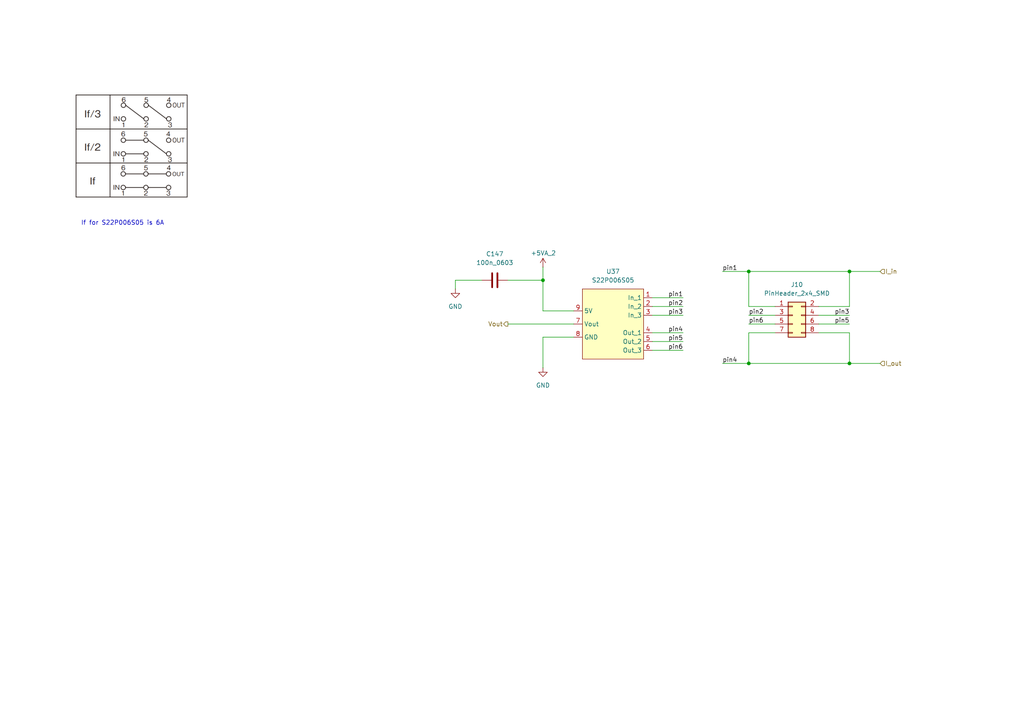
<source format=kicad_sch>
(kicad_sch (version 20250114) (generator "eeschema") (generator_version "9.0")
  (paper "A4")
  (lib_symbols
    (symbol "MYLIB_Misc:PinHeader_2x4_SMD" (pin_names (hide yes))
      (property "Reference" "J" (at 0 10.16 0))
      (property "Value" "PinHeader_2x4_SMD" (at 0 7.874 0))
      (symbol "PinHeader_2x4_SMD_1_1"
        (rectangle (start -2.54 5.08) (end 2.54 -5.08) (stroke (width 0.254)) (fill (type background)))
        (rectangle (start -2.54 3.937) (end -1.27 3.683) (stroke (width 0.1524)))
        (rectangle (start -2.54 1.397) (end -1.27 1.143) (stroke (width 0.1524)))
        (rectangle (start -2.54 -1.143) (end -1.27 -1.397) (stroke (width 0.1524)))
        (rectangle (start -2.54 -3.683) (end -1.27 -3.937) (stroke (width 0.1524)))
        (rectangle (start 2.54 3.937) (end 1.27 3.683) (stroke (width 0.1524)))
        (rectangle (start 2.54 1.397) (end 1.27 1.143) (stroke (width 0.1524)))
        (rectangle (start 2.54 -1.143) (end 1.27 -1.397) (stroke (width 0.1524)))
        (rectangle (start 2.54 -3.683) (end 1.27 -3.937) (stroke (width 0.1524)))
        (pin passive line (at -6.35 3.81 0) (length 3.81) (name "Pin_1") (number "1"))
        (pin passive line (at -6.35 1.27 0) (length 3.81) (name "Pin_3") (number "3"))
        (pin passive line (at -6.35 -1.27 0) (length 3.81) (name "Pin_5") (number "5"))
        (pin passive line (at -6.35 -3.81 0) (length 3.81) (name "Pin_7") (number "7"))
        (pin passive line (at 6.35 3.81 180) (length 3.81) (name "Pin_2") (number "2"))
        (pin passive line (at 6.35 1.27 180) (length 3.81) (name "Pin_4") (number "4"))
        (pin passive line (at 6.35 -1.27 180) (length 3.81) (name "Pin_6") (number "6"))
        (pin passive line (at 6.35 -3.81 180) (length 3.81) (name "Pin_8") (number "8"))
      )
    )
    (symbol "MYLIB_Misc:S22P006S05"
      (property "Reference" "U" (at 0 15.24 0))
      (property "Value" "S22P006S05" (at 0 12.446 0))
      (symbol "S22P006S05_1_1"
        (rectangle (start -8.89 10.16) (end 8.89 -10.16) (fill (type background)))
        (pin power_in line (at -11.43 3.81 0) (length 2.54) (name "5V") (number "9"))
        (pin output line (at -11.43 0 0) (length 2.54) (name "Vout") (number "7"))
        (pin power_in line (at -11.43 -3.81 0) (length 2.54) (name "GND") (number "8"))
        (pin passive line (at 11.43 7.62 180) (length 2.54) (name "In_1") (number "1"))
        (pin passive line (at 11.43 5.08 180) (length 2.54) (name "In_2") (number "2"))
        (pin passive line (at 11.43 2.54 180) (length 2.54) (name "In_3") (number "3"))
        (pin passive line (at 11.43 -2.54 180) (length 2.54) (name "Out_1") (number "4"))
        (pin passive line (at 11.43 -5.08 180) (length 2.54) (name "Out_2") (number "5"))
        (pin passive line (at 11.43 -7.62 180) (length 2.54) (name "Out_3") (number "6"))
      )
    )
    (symbol "WLIB_C:100n_0603" (pin_numbers (hide yes)) (pin_names (offset 0.254))
      (property "Reference" "C" (at 0.635 2.54 0))
      (property "Value" "100n_0603" (at 0.635 -2.54 0))
      (symbol "100n_0603_0_1"
        (polyline (pts (xy -2.032 0.762) (xy 2.032 0.762)) (stroke (width 0.508)))
        (polyline (pts (xy -2.032 -0.762) (xy 2.032 -0.762)) (stroke (width 0.508)))
      )
      (symbol "100n_0603_1_1"
        (pin passive line (at 0 3.81 270) (length 2.794) (name "~") (number "1"))
        (pin passive line (at 0 -3.81 90) (length 2.794) (name "~") (number "2"))
      )
    )
    (symbol "power:+5VA" (power) (pin_numbers (hide yes)) (pin_names (offset 0) (hide yes))
      (property "Value" "+5VA" (at 0 3.556 0))
      (symbol "+5VA_0_1"
        (polyline (pts (xy -0.762 1.27) (xy 0 2.54)))
        (polyline (pts (xy 0 2.54) (xy 0.762 1.27)))
        (polyline (pts (xy 0 0) (xy 0 2.54)))
      )
      (symbol "+5VA_1_1"
        (pin power_in line (at 0 0 90) (length 0) (name "~") (number "1"))
      )
    )
    (symbol "power:GND" (power) (pin_numbers (hide yes)) (pin_names (offset 0) (hide yes))
      (property "Value" "GND" (at 0 -3.81 0))
      (symbol "GND_0_1"
        (polyline (pts (xy 0 0) (xy 0 -1.27) (xy 1.27 -1.27) (xy 0 -2.54) (xy -1.27 -1.27) (xy 0 -1.27)))
      )
      (symbol "GND_1_1"
        (pin power_in line (at 0 0 270) (length 0) (name "~") (number "1"))
      )
    )
  )
  (text "If for S22P006S05 is 6A" (at 35.56 64.77 0) (effects (font (size 1.27 1.27))))
  (junction (at 217.17 105.41))
  (junction (at 246.38 78.74))
  (junction (at 157.48 81.28))
  (junction (at 217.17 78.74))
  (junction (at 246.38 105.41))
  (wire (pts (xy 209.55 78.74) (xy 217.17 78.74)))
  (wire (pts (xy 246.38 78.74) (xy 246.38 88.9)))
  (wire (pts (xy 157.48 81.28) (xy 157.48 90.17)))
  (wire (pts (xy 189.23 99.06) (xy 198.12 99.06)))
  (wire (pts (xy 246.38 96.52) (xy 237.49 96.52)))
  (wire (pts (xy 157.48 90.17) (xy 166.37 90.17)))
  (wire (pts (xy 157.48 97.79) (xy 157.48 106.68)))
  (wire (pts (xy 189.23 96.52) (xy 198.12 96.52)))
  (wire (pts (xy 189.23 101.6) (xy 198.12 101.6)))
  (wire (pts (xy 217.17 78.74) (xy 246.38 78.74)))
  (wire (pts (xy 217.17 93.98) (xy 224.79 93.98)))
  (wire (pts (xy 147.32 93.98) (xy 166.37 93.98)))
  (wire (pts (xy 217.17 88.9) (xy 217.17 78.74)))
  (wire (pts (xy 189.23 86.36) (xy 198.12 86.36)))
  (wire (pts (xy 209.55 105.41) (xy 217.17 105.41)))
  (wire (pts (xy 246.38 78.74) (xy 255.27 78.74)))
  (wire (pts (xy 246.38 105.41) (xy 255.27 105.41)))
  (wire (pts (xy 157.48 77.47) (xy 157.48 81.28)))
  (wire (pts (xy 147.32 81.28) (xy 157.48 81.28)))
  (wire (pts (xy 224.79 96.52) (xy 217.17 96.52)))
  (wire (pts (xy 224.79 88.9) (xy 217.17 88.9)))
  (wire (pts (xy 217.17 91.44) (xy 224.79 91.44)))
  (wire (pts (xy 217.17 96.52) (xy 217.17 105.41)))
  (wire (pts (xy 189.23 91.44) (xy 198.12 91.44)))
  (wire (pts (xy 237.49 93.98) (xy 246.38 93.98)))
  (wire (pts (xy 246.38 88.9) (xy 237.49 88.9)))
  (wire (pts (xy 189.23 88.9) (xy 198.12 88.9)))
  (wire (pts (xy 132.08 81.28) (xy 132.08 83.82)))
  (wire (pts (xy 246.38 105.41) (xy 246.38 96.52)))
  (wire (pts (xy 237.49 91.44) (xy 246.38 91.44)))
  (wire (pts (xy 217.17 105.41) (xy 246.38 105.41)))
  (wire (pts (xy 139.7 81.28) (xy 132.08 81.28)))
  (wire (pts (xy 166.37 97.79) (xy 157.48 97.79)))
  (image (at 38.608 42.164))
  (label "pin3" (at 198.12 91.44 180))
  (label "pin6" (at 198.12 101.6 180))
  (label "pin1" (at 209.55 78.74 0))
  (label "pin5" (at 246.38 93.98 180))
  (label "pin6" (at 217.17 93.98 0))
  (label "pin2" (at 198.12 88.9 180))
  (label "pin1" (at 198.12 86.36 180))
  (label "pin5" (at 198.12 99.06 180))
  (label "pin3" (at 246.38 91.44 180))
  (label "pin2" (at 217.17 91.44 0))
  (label "pin4" (at 198.12 96.52 180))
  (label "pin4" (at 209.55 105.41 0))
  (hierarchical_label "I_in" (shape input) (at 255.27 78.74 0))
  (hierarchical_label "I_out" (shape input) (at 255.27 105.41 0))
  (hierarchical_label "Vout" (shape output) (at 147.32 93.98 180))
  (symbol (lib_id "MYLIB_Misc:S22P006S05") (at 177.8 93.98 0) (unit 1)
    (property "Reference" "U31" (at 177.8 78.74 0))
    (property "Value" "S22P006S05" (at 177.8 81.28 0))
    (property "Footprint" "MYLIB_Misc:Tamura_S22P006S05" (effects (hide yes)))
    (property "Datasheet" "https://4donline.ihs.com/images/VipMasterIC/IC/TCOA/TCOA-S-A0008260073/TCOA-S-A0008260073-1.pdf?hkey=CECEF36DEECDED6468708AAF2E19C0C6" (effects (hide yes)))
    (property "Description" "Tamura closed loop current sensor 6A max" (effects (hide yes)))
    (property "Mouser nr" "838-S22P006S05" (effects (hide yes)))
    (instances (project "FPGA_Board_BA" (path "" (reference "U37") (unit 1)) (path "" (reference "U31") (unit 1)) (path "" (reference "U43") (unit 1)) (path "" (reference "U40") (unit 1))))
  )
  (symbol (lib_id "power:+5VA") (at 157.48 77.47 0) (unit 1)
    (property "Reference" "#PWR0204" (effects (hide yes)))
    (property "Value" "+5VA_2" (at 153.924 73.406 0) (effects (justify left)))
    (property "Description" "Power symbol creates a global label with name \"+5VA\"" (effects (hide yes)))
    (instances (project "FPGA_Board_BA" (path "" (reference "#PWR0241") (unit 1)) (path "" (reference "#PWR0204") (unit 1)) (path "" (reference "#PWR0275") (unit 1)) (path "" (reference "#PWR0258") (unit 1))))
  )
  (symbol (lib_id "MYLIB_Misc:PinHeader_2x4_SMD") (at 231.14 92.71 0) (unit 1)
    (property "Reference" "J2" (at 231.14 82.55 0))
    (property "Value" "PinHeader_2x4_SMD" (at 231.14 85.09 0))
    (property "Footprint" "Connector_PinHeader_2.54mm:PinHeader_2x04_P2.54mm_Vertical_SMD" (effects (hide yes)))
    (property "Datasheet" "https://www.we-online.com/components/products/datasheet/61030821121.pdf" (effects (hide yes)))
    (property "Description" "PinHeader SMD 2x4 pin, 2.54mm Pitch" (effects (hide yes)))
    (property "Mouser Nr" " 710-61030821121" (effects (hide yes)))
    (instances (project "" (path "" (reference "J10") (unit 1)) (path "" (reference "J2") (unit 1)) (path "" (reference "J16") (unit 1)) (path "" (reference "J11") (unit 1))))
  )
  (symbol (lib_id "power:GND") (at 132.08 83.82 0) (unit 1)
    (property "Reference" "#PWR0202" (effects (hide yes)))
    (property "Value" "GND" (at 132.08 88.9 0))
    (property "Description" "Power symbol creates a global label with name \"GND\" , ground" (effects (hide yes)))
    (instances (project "FPGA_Board_BA" (path "" (reference "#PWR0239") (unit 1)) (path "" (reference "#PWR0202") (unit 1)) (path "" (reference "#PWR0273") (unit 1)) (path "" (reference "#PWR0256") (unit 1))))
  )
  (symbol (lib_id "WLIB_C:100n_0603") (at 143.51 81.28 90) (unit 1)
    (property "Reference" "C136" (at 143.51 73.66 90))
    (property "Value" "100n_0603" (at 143.51 76.2 90))
    (property "Footprint" "WLIB_Capacitor:C_0603" (effects (hide yes)))
    (property "Datasheet" "https://www.farnell.com/datasheets/2860632.pdf" (effects (hide yes)))
    (property "Description" "Unpolarized capacitor SMD MLCC" (effects (hide yes)))
    (property "FARNELL" "1759037" (effects (hide yes)))
    (property "VDC" "25V" (effects (hide yes)))
    (property "JLCPCB" "C2762593" (effects (hide yes)))
    (instances (project "" (path "" (reference "C147") (unit 1)) (path "" (reference "C136") (unit 1)) (path "" (reference "C157") (unit 1)) (path "" (reference "C152") (unit 1))))
  )
  (symbol (lib_id "power:GND") (at 157.48 106.68 0) (unit 1)
    (property "Reference" "#PWR0205" (effects (hide yes)))
    (property "Value" "GND" (at 157.48 111.76 0))
    (property "Description" "Power symbol creates a global label with name \"GND\" , ground" (effects (hide yes)))
    (instances (project "FPGA_Board_BA" (path "" (reference "#PWR0242") (unit 1)) (path "" (reference "#PWR0205") (unit 1)) (path "" (reference "#PWR0276") (unit 1)) (path "" (reference "#PWR0259") (unit 1))))
  )
)
</source>
